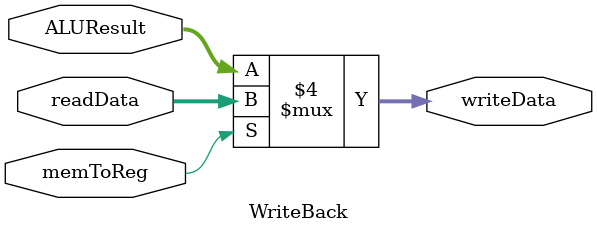
<source format=v>
`timescale 1ns / 1ps

module WriteBack(memToReg, readData, ALUResult, writeData);

	input memToReg;
	input [31:0] readData;
	input [31:0] ALUResult;

	output reg [31:0] writeData;         //Ba Mux ham mishod farghi nadare
	
	always @(*)
		begin 
			if (memToReg == 1)
				writeData = readData;
			else
				writeData = ALUResult;
		end
	
endmodule

</source>
